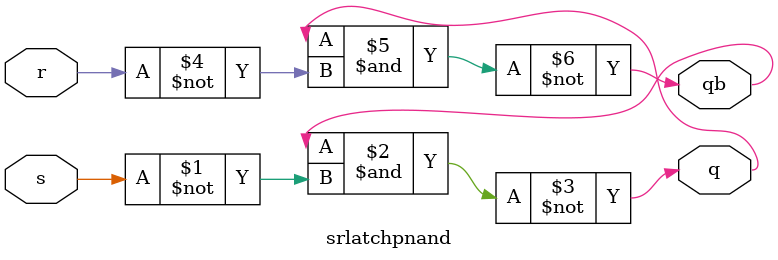
<source format=v>
module srlatchpnand (s,r,q,qb);
input s,r;
output q,qb;
nand(q,qb,~s);
nand(qb,q,~r);
endmodule

</source>
